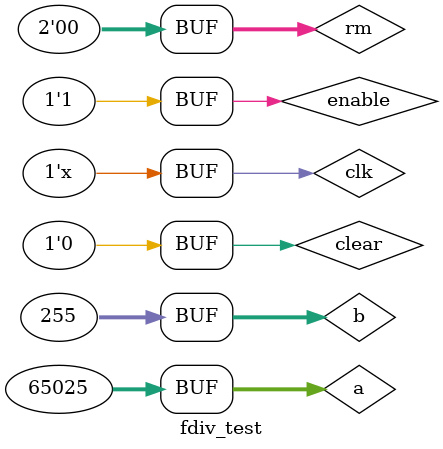
<source format=v>
`timescale 1ns / 1ps

module fdiv_test();
    reg clk,enable,clear;
    reg [1:0]rm;
    reg [31:0]a,b;
    reg ifdiv;
    wire [31:0]res;
    wire stall;
    wire busy;
    wire [4:0]count;
    initial begin
        a=32'h0000_fe01;
        b=32'h0000_00ff;
        clk=0;clear=0;rm=2'b00;enable=1;
        #3;clear=1;
        #1;clear=0;
        #1;ifdiv=1;
    end
    always @(*)begin
        if (~busy) begin
            ifdiv=0;
        end
    end
    always #5 clk=~clk;
    fdiv_design  fdiv_design_inst (
        .clk(clk),
        .enable(enable),
        .clear(clear),
        .rm(rm),
        .a(a),
        .b(b),
        .ifdiv(ifdiv),
        .res(res),
        .stall(stall),
        .busy(busy),
        .count(count)
    );
endmodule

</source>
